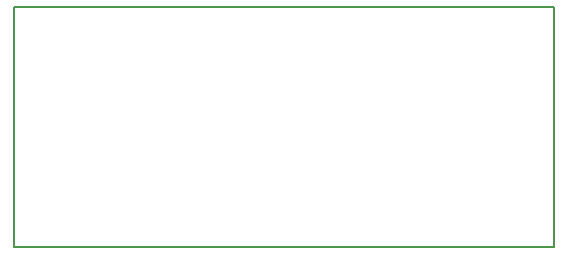
<source format=gbr>
G04 #@! TF.GenerationSoftware,KiCad,Pcbnew,(5.1.5-0-10_14)*
G04 #@! TF.CreationDate,2021-09-26T22:00:01-06:00*
G04 #@! TF.ProjectId,2021DC435,32303231-4443-4343-9335-2e6b69636164,rev?*
G04 #@! TF.SameCoordinates,Original*
G04 #@! TF.FileFunction,Profile,NP*
%FSLAX46Y46*%
G04 Gerber Fmt 4.6, Leading zero omitted, Abs format (unit mm)*
G04 Created by KiCad (PCBNEW (5.1.5-0-10_14)) date 2021-09-26 22:00:01*
%MOMM*%
%LPD*%
G04 APERTURE LIST*
%ADD10C,0.150000*%
G04 APERTURE END LIST*
D10*
X102834440Y-80012540D02*
X102834440Y-100332540D01*
X102834440Y-100332540D02*
X148554440Y-100332540D01*
X148554440Y-100332540D02*
X148554440Y-80012540D01*
X102834440Y-80012540D02*
X148554440Y-80012540D01*
M02*

</source>
